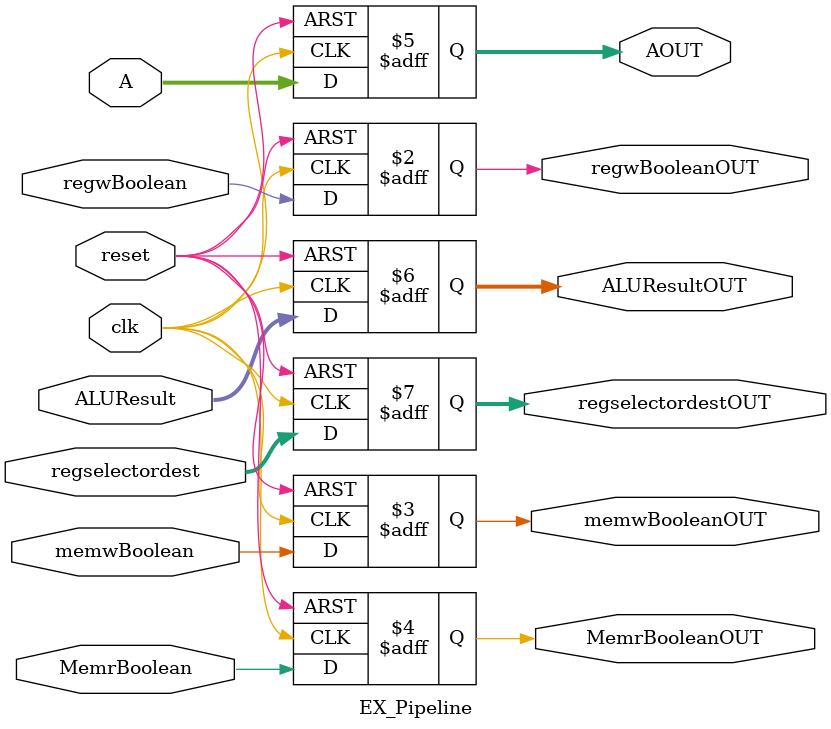
<source format=sv>
module EX_Pipeline (input logic clk, reset,regwBoolean, memwBoolean, MemrBoolean,
			  input logic [31:0] A,ALUResult,
			  input logic [3:0] regselectordest,
			  output logic regwBooleanOUT, memwBooleanOUT, MemrBooleanOUT,
			  output logic [31:0] AOUT,ALUResultOUT,
			  output logic [3:0] regselectordestOUT
);

	always_ff@(posedge clk, posedge reset)
		if(reset) begin
			regwBooleanOUT=0;
			memwBooleanOUT=0;
			MemrBooleanOUT=0;
			AOUT=0;
			ALUResultOUT=0;
			regselectordestOUT=0;
		end
		else begin
			regwBooleanOUT=regwBoolean;
			memwBooleanOUT=memwBoolean;
			MemrBooleanOUT=MemrBoolean;
			AOUT=A;
			ALUResultOUT=ALUResult;
			regselectordestOUT=regselectordest;
		end
		
endmodule 

</source>
